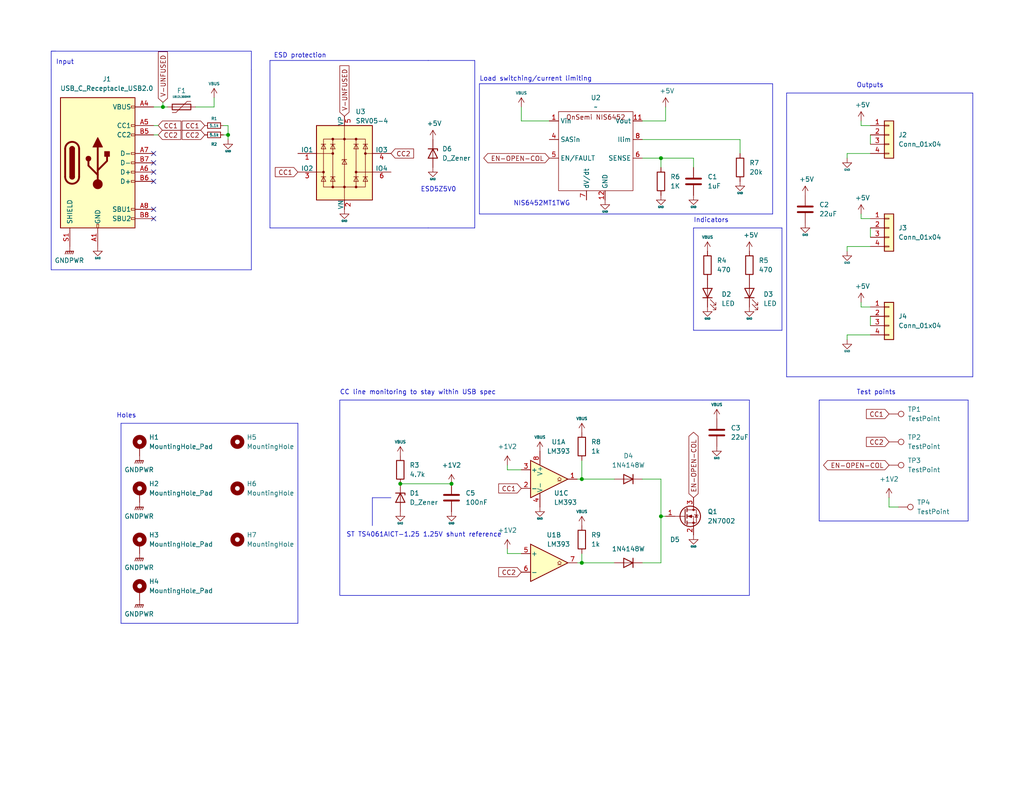
<source format=kicad_sch>
(kicad_sch (version 20231120) (generator "eeschema") (generator_version "8.0")
  (paper "A")
  (lib_symbols
    (symbol "Comparator:LM393" (pin_names (offset 0.127))
      (property "Reference" "U" (at 3.81 3.81 0))
      (property "Value" "LM393" (at 6.35 -3.81 0))
      (symbol "LM393_1_1"
        (polyline (pts (xy -5.08 5.08) (xy 5.08 0) (xy -5.08 -5.08) (xy -5.08 5.08)) (stroke (width 0.254)) (fill (type background)))
        (polyline (pts (xy 3.302 -0.508) (xy 2.794 -0.508) (xy 3.302 0) (xy 2.794 0.508) (xy 2.286 0) (xy 2.794 -0.508) (xy 2.286 -0.508)) (stroke (width 0.127)))
        (pin open_collector line (at 7.62 0 180) (length 2.54) (name "~") (number "1"))
        (pin input line (at -7.62 -2.54 0) (length 2.54) (name "-") (number "2"))
        (pin input line (at -7.62 2.54 0) (length 2.54) (name "+") (number "3"))
      )
      (symbol "LM393_2_1"
        (polyline (pts (xy -5.08 5.08) (xy 5.08 0) (xy -5.08 -5.08) (xy -5.08 5.08)) (stroke (width 0.254)) (fill (type background)))
        (polyline (pts (xy 3.302 -0.508) (xy 2.794 -0.508) (xy 3.302 0) (xy 2.794 0.508) (xy 2.286 0) (xy 2.794 -0.508) (xy 2.286 -0.508)) (stroke (width 0.127)))
        (pin input line (at -7.62 2.54 0) (length 2.54) (name "+") (number "5"))
        (pin input line (at -7.62 -2.54 0) (length 2.54) (name "-") (number "6"))
        (pin open_collector line (at 7.62 0 180) (length 2.54) (name "~") (number "7"))
      )
      (symbol "LM393_3_1"
        (pin power_in line (at -2.54 -7.62 90) (length 3.81) (name "V-") (number "4"))
        (pin power_in line (at -2.54 7.62 270) (length 3.81) (name "V+") (number "8"))
      )
    )
    (symbol "Connector:TestPoint" (pin_numbers hide) (pin_names (offset 0.762) hide)
      (property "Reference" "TP" (at 0 6.858 0))
      (property "Value" "TestPoint" (at 0 5.08 0))
      (symbol "TestPoint_0_1"
        (circle (center 0 3.302) (radius 0.762))
      )
      (symbol "TestPoint_1_1"
        (pin passive line (at 0 0 90) (length 2.54) (name "1") (number "1"))
      )
    )
    (symbol "Connector:USB_C_Receptacle_USB2.0" (pin_names (offset 1.016))
      (property "Reference" "J" (at -10.16 19.05 0))
      (property "Value" "USB_C_Receptacle_USB2.0" (at 19.05 19.05 0))
      (symbol "USB_C_Receptacle_USB2.0_0_0"
        (rectangle (start -0.254 -17.78) (end 0.254 -16.764))
        (rectangle (start 10.16 -14.986) (end 9.144 -15.494))
        (rectangle (start 10.16 -12.446) (end 9.144 -12.954))
        (rectangle (start 10.16 -4.826) (end 9.144 -5.334))
        (rectangle (start 10.16 -2.286) (end 9.144 -2.794))
        (rectangle (start 10.16 0.254) (end 9.144 -0.254))
        (rectangle (start 10.16 2.794) (end 9.144 2.286))
        (rectangle (start 10.16 7.874) (end 9.144 7.366))
        (rectangle (start 10.16 10.414) (end 9.144 9.906))
        (rectangle (start 10.16 15.494) (end 9.144 14.986))
      )
      (symbol "USB_C_Receptacle_USB2.0_0_1"
        (rectangle (start -10.16 17.78) (end 10.16 -17.78) (stroke (width 0.254)) (fill (type background)))
        (arc (start -8.89 -3.81) (mid -6.985 -5.7067) (end -5.08 -3.81) (stroke (width 0.508)))
        (arc (start -7.62 -3.81) (mid -6.985 -4.4423) (end -6.35 -3.81) (stroke (width 0.254)))
        (arc (start -7.62 -3.81) (mid -6.985 -4.4423) (end -6.35 -3.81) (stroke (width 0.254)) (fill (type outline)))
        (rectangle (start -7.62 -3.81) (end -6.35 3.81) (stroke (width 0.254)) (fill (type outline)))
        (arc (start -6.35 3.81) (mid -6.985 4.4423) (end -7.62 3.81) (stroke (width 0.254)))
        (arc (start -6.35 3.81) (mid -6.985 4.4423) (end -7.62 3.81) (stroke (width 0.254)) (fill (type outline)))
        (arc (start -5.08 3.81) (mid -6.985 5.7067) (end -8.89 3.81) (stroke (width 0.508)))
        (circle (center -2.54 1.143) (radius 0.635) (stroke (width 0.254)) (fill (type outline)))
        (circle (center 0 -5.842) (radius 1.27) (fill (type outline)))
        (polyline (pts (xy -8.89 -3.81) (xy -8.89 3.81)) (stroke (width 0.508)))
        (polyline (pts (xy -5.08 3.81) (xy -5.08 -3.81)) (stroke (width 0.508)))
        (polyline (pts (xy 0 -5.842) (xy 0 4.318)) (stroke (width 0.508)))
        (polyline (pts (xy 0 -3.302) (xy -2.54 -0.762) (xy -2.54 0.508)) (stroke (width 0.508)))
        (polyline (pts (xy 0 -2.032) (xy 2.54 0.508) (xy 2.54 1.778)) (stroke (width 0.508)))
        (polyline (pts (xy -1.27 4.318) (xy 0 6.858) (xy 1.27 4.318) (xy -1.27 4.318)) (stroke (width 0.254)) (fill (type outline)))
        (rectangle (start 1.905 1.778) (end 3.175 3.048) (stroke (width 0.254)) (fill (type outline)))
      )
      (symbol "USB_C_Receptacle_USB2.0_1_1"
        (pin passive line (at 0 -22.86 90) (length 5.08) (name "GND") (number "A1"))
        (pin passive line (at 0 -22.86 90) (length 5.08) hide (name "GND") (number "A12"))
        (pin passive line (at 15.24 15.24 180) (length 5.08) (name "VBUS") (number "A4"))
        (pin bidirectional line (at 15.24 10.16 180) (length 5.08) (name "CC1") (number "A5"))
        (pin bidirectional line (at 15.24 -2.54 180) (length 5.08) (name "D+") (number "A6"))
        (pin bidirectional line (at 15.24 2.54 180) (length 5.08) (name "D-") (number "A7"))
        (pin bidirectional line (at 15.24 -12.7 180) (length 5.08) (name "SBU1") (number "A8"))
        (pin passive line (at 15.24 15.24 180) (length 5.08) hide (name "VBUS") (number "A9"))
        (pin passive line (at 0 -22.86 90) (length 5.08) hide (name "GND") (number "B1"))
        (pin passive line (at 0 -22.86 90) (length 5.08) hide (name "GND") (number "B12"))
        (pin passive line (at 15.24 15.24 180) (length 5.08) hide (name "VBUS") (number "B4"))
        (pin bidirectional line (at 15.24 7.62 180) (length 5.08) (name "CC2") (number "B5"))
        (pin bidirectional line (at 15.24 -5.08 180) (length 5.08) (name "D+") (number "B6"))
        (pin bidirectional line (at 15.24 0 180) (length 5.08) (name "D-") (number "B7"))
        (pin bidirectional line (at 15.24 -15.24 180) (length 5.08) (name "SBU2") (number "B8"))
        (pin passive line (at 15.24 15.24 180) (length 5.08) hide (name "VBUS") (number "B9"))
        (pin passive line (at -7.62 -22.86 90) (length 5.08) (name "SHIELD") (number "S1"))
      )
    )
    (symbol "Connector_Generic:Conn_01x04" (pin_names (offset 1.016) hide)
      (property "Reference" "J" (at 0 5.08 0))
      (property "Value" "Conn_01x04" (at 0 -7.62 0))
      (symbol "Conn_01x04_1_1"
        (rectangle (start -1.27 -4.953) (end 0 -5.207) (stroke (width 0.1524)))
        (rectangle (start -1.27 -2.413) (end 0 -2.667) (stroke (width 0.1524)))
        (rectangle (start -1.27 0.127) (end 0 -0.127) (stroke (width 0.1524)))
        (rectangle (start -1.27 2.667) (end 0 2.413) (stroke (width 0.1524)))
        (rectangle (start -1.27 3.81) (end 1.27 -6.35) (stroke (width 0.254)) (fill (type background)))
        (pin passive line (at -5.08 2.54 0) (length 3.81) (name "Pin_1") (number "1"))
        (pin passive line (at -5.08 0 0) (length 3.81) (name "Pin_2") (number "2"))
        (pin passive line (at -5.08 -2.54 0) (length 3.81) (name "Pin_3") (number "3"))
        (pin passive line (at -5.08 -5.08 0) (length 3.81) (name "Pin_4") (number "4"))
      )
    )
    (symbol "Device:C" (pin_numbers hide) (pin_names (offset 0.254))
      (property "Reference" "C" (at 0.635 2.54 0))
      (property "Value" "C" (at 0.635 -2.54 0))
      (symbol "C_0_1"
        (polyline (pts (xy -2.032 -0.762) (xy 2.032 -0.762)) (stroke (width 0.508)))
        (polyline (pts (xy -2.032 0.762) (xy 2.032 0.762)) (stroke (width 0.508)))
      )
      (symbol "C_1_1"
        (pin passive line (at 0 3.81 270) (length 2.794) (name "~") (number "1"))
        (pin passive line (at 0 -3.81 90) (length 2.794) (name "~") (number "2"))
      )
    )
    (symbol "Device:D_Zener" (pin_numbers hide) (pin_names (offset 1.016) hide)
      (property "Reference" "D" (at 0 2.54 0))
      (property "Value" "D_Zener" (at 0 -2.54 0))
      (symbol "D_Zener_0_1"
        (polyline (pts (xy 1.27 0) (xy -1.27 0)))
        (polyline (pts (xy -1.27 -1.27) (xy -1.27 1.27) (xy -0.762 1.27)) (stroke (width 0.254)))
        (polyline (pts (xy 1.27 -1.27) (xy 1.27 1.27) (xy -1.27 0) (xy 1.27 -1.27)) (stroke (width 0.254)))
      )
      (symbol "D_Zener_1_1"
        (pin passive line (at -3.81 0 0) (length 2.54) (name "K") (number "1"))
        (pin passive line (at 3.81 0 180) (length 2.54) (name "A") (number "2"))
      )
    )
    (symbol "Device:LED" (pin_numbers hide) (pin_names (offset 1.016) hide)
      (property "Reference" "D" (at 0 2.54 0))
      (property "Value" "LED" (at 0 -2.54 0))
      (symbol "LED_0_1"
        (polyline (pts (xy -1.27 -1.27) (xy -1.27 1.27)) (stroke (width 0.254)))
        (polyline (pts (xy -1.27 0) (xy 1.27 0)))
        (polyline (pts (xy 1.27 -1.27) (xy 1.27 1.27) (xy -1.27 0) (xy 1.27 -1.27)) (stroke (width 0.254)))
        (polyline (pts (xy -3.048 -0.762) (xy -4.572 -2.286) (xy -3.81 -2.286) (xy -4.572 -2.286) (xy -4.572 -1.524)))
        (polyline (pts (xy -1.778 -0.762) (xy -3.302 -2.286) (xy -2.54 -2.286) (xy -3.302 -2.286) (xy -3.302 -1.524)))
      )
      (symbol "LED_1_1"
        (pin passive line (at -3.81 0 0) (length 2.54) (name "K") (number "1"))
        (pin passive line (at 3.81 0 180) (length 2.54) (name "A") (number "2"))
      )
    )
    (symbol "Device:Polyfuse" (pin_numbers hide) (pin_names (offset 0))
      (property "Reference" "F" (at -2.54 0 90))
      (property "Value" "Polyfuse" (at 2.54 0 90))
      (symbol "Polyfuse_0_1"
        (rectangle (start -0.762 2.54) (end 0.762 -2.54) (stroke (width 0.254)))
        (polyline (pts (xy 0 2.54) (xy 0 -2.54)))
        (polyline (pts (xy -1.524 2.54) (xy -1.524 1.524) (xy 1.524 -1.524) (xy 1.524 -2.54)))
      )
      (symbol "Polyfuse_1_1"
        (pin passive line (at 0 3.81 270) (length 1.27) (name "~") (number "1"))
        (pin passive line (at 0 -3.81 90) (length 1.27) (name "~") (number "2"))
      )
    )
    (symbol "Device:R" (pin_numbers hide) (pin_names (offset 0))
      (property "Reference" "R" (at 2.032 0 90))
      (property "Value" "R" (at 0 0 90))
      (symbol "R_0_1"
        (rectangle (start -1.016 -2.54) (end 1.016 2.54) (stroke (width 0.254)))
      )
      (symbol "R_1_1"
        (pin passive line (at 0 3.81 270) (length 1.27) (name "~") (number "1"))
        (pin passive line (at 0 -3.81 90) (length 1.27) (name "~") (number "2"))
      )
    )
    (symbol "Device:R_Small" (pin_numbers hide) (pin_names (offset 0.254) hide)
      (property "Reference" "R" (at 0.762 0.508 0))
      (property "Value" "R_Small" (at 0.762 -1.016 0))
      (symbol "R_Small_0_1"
        (rectangle (start -0.762 1.778) (end 0.762 -1.778) (stroke (width 0.2032)))
      )
      (symbol "R_Small_1_1"
        (pin passive line (at 0 2.54 270) (length 0.762) (name "~") (number "1"))
        (pin passive line (at 0 -2.54 90) (length 0.762) (name "~") (number "2"))
      )
    )
    (symbol "Diode:1N4148W" (pin_numbers hide) (pin_names hide)
      (property "Reference" "D" (at 0 2.54 0))
      (property "Value" "1N4148W" (at 0 -2.54 0))
      (symbol "1N4148W_0_1"
        (polyline (pts (xy -1.27 1.27) (xy -1.27 -1.27)) (stroke (width 0.254)))
        (polyline (pts (xy 1.27 0) (xy -1.27 0)))
        (polyline (pts (xy 1.27 1.27) (xy 1.27 -1.27) (xy -1.27 0) (xy 1.27 1.27)) (stroke (width 0.254)))
      )
      (symbol "1N4148W_1_1"
        (pin passive line (at -3.81 0 0) (length 2.54) (name "K") (number "1"))
        (pin passive line (at 3.81 0 180) (length 2.54) (name "A") (number "2"))
      )
    )
    (symbol "Mechanical:MountingHole" (pin_names (offset 1.016))
      (property "Reference" "H" (at 0 5.08 0))
      (property "Value" "MountingHole" (at 0 3.175 0))
      (symbol "MountingHole_0_1"
        (circle (center 0 0) (radius 1.27) (stroke (width 1.27)))
      )
    )
    (symbol "Mechanical:MountingHole_Pad" (pin_numbers hide) (pin_names (offset 1.016) hide)
      (property "Reference" "H" (at 0 6.35 0))
      (property "Value" "MountingHole_Pad" (at 0 4.445 0))
      (symbol "MountingHole_Pad_0_1"
        (circle (center 0 1.27) (radius 1.27) (stroke (width 1.27)))
      )
      (symbol "MountingHole_Pad_1_1"
        (pin input line (at 0 -2.54 90) (length 2.54) (name "1") (number "1"))
      )
    )
    (symbol "Power_Protection:SRV05-4" (pin_names (offset 0))
      (property "Reference" "U" (at -5.08 11.43 0))
      (property "Value" "SRV05-4" (at 2.54 11.43 0))
      (symbol "SRV05-4_0_0"
        (rectangle (start -5.715 6.477) (end 5.715 -6.604))
        (polyline (pts (xy -3.175 -6.604) (xy -3.175 6.477)))
        (polyline (pts (xy 3.175 6.477) (xy 3.175 -6.604)))
      )
      (symbol "SRV05-4_0_1"
        (rectangle (start -7.62 10.16) (end 7.62 -10.16) (stroke (width 0.254)) (fill (type background)))
        (circle (center -5.715 -2.54) (radius 0.2794) (fill (type outline)))
        (circle (center -3.175 -6.604) (radius 0.2794) (fill (type outline)))
        (circle (center -3.175 2.54) (radius 0.2794) (fill (type outline)))
        (circle (center -3.175 6.477) (radius 0.2794) (fill (type outline)))
        (circle (center 0 -6.604) (radius 0.2794) (fill (type outline)))
        (polyline (pts (xy -7.747 2.54) (xy -3.175 2.54)))
        (polyline (pts (xy -7.62 -2.54) (xy -5.715 -2.54)))
        (polyline (pts (xy -5.08 -3.81) (xy -6.35 -3.81)))
        (polyline (pts (xy -5.08 5.08) (xy -6.35 5.08)))
        (polyline (pts (xy -2.54 -3.81) (xy -3.81 -3.81)))
        (polyline (pts (xy -2.54 5.08) (xy -3.81 5.08)))
        (polyline (pts (xy 0 10.16) (xy 0 -10.16)))
        (polyline (pts (xy 3.81 -3.81) (xy 2.54 -3.81)))
        (polyline (pts (xy 3.81 5.08) (xy 2.54 5.08)))
        (polyline (pts (xy 6.35 -3.81) (xy 5.08 -3.81)))
        (polyline (pts (xy 6.35 5.08) (xy 5.08 5.08)))
        (polyline (pts (xy 7.62 -2.54) (xy 3.175 -2.54)))
        (polyline (pts (xy 7.62 2.54) (xy 5.715 2.54)))
        (polyline (pts (xy 0.635 0.889) (xy -0.635 0.889) (xy -0.635 0.635)))
        (polyline (pts (xy -5.08 -5.08) (xy -6.35 -5.08) (xy -5.715 -3.81) (xy -5.08 -5.08)))
        (polyline (pts (xy -5.08 3.81) (xy -6.35 3.81) (xy -5.715 5.08) (xy -5.08 3.81)))
        (polyline (pts (xy -2.54 -5.08) (xy -3.81 -5.08) (xy -3.175 -3.81) (xy -2.54 -5.08)))
        (polyline (pts (xy -2.54 3.81) (xy -3.81 3.81) (xy -3.175 5.08) (xy -2.54 3.81)))
        (polyline (pts (xy 0.635 -0.381) (xy -0.635 -0.381) (xy 0 0.889) (xy 0.635 -0.381)))
        (polyline (pts (xy 3.81 -5.08) (xy 2.54 -5.08) (xy 3.175 -3.81) (xy 3.81 -5.08)))
        (polyline (pts (xy 3.81 3.81) (xy 2.54 3.81) (xy 3.175 5.08) (xy 3.81 3.81)))
        (polyline (pts (xy 6.35 -5.08) (xy 5.08 -5.08) (xy 5.715 -3.81) (xy 6.35 -5.08)))
        (polyline (pts (xy 6.35 3.81) (xy 5.08 3.81) (xy 5.715 5.08) (xy 6.35 3.81)))
        (circle (center 0 6.477) (radius 0.2794) (fill (type outline)))
        (circle (center 3.175 -6.604) (radius 0.2794) (fill (type outline)))
        (circle (center 3.175 -2.54) (radius 0.2794) (fill (type outline)))
        (circle (center 3.175 6.477) (radius 0.2794) (fill (type outline)))
        (circle (center 5.715 2.54) (radius 0.2794) (fill (type outline)))
      )
      (symbol "SRV05-4_1_1"
        (pin passive line (at -12.7 2.54 0) (length 5.08) (name "IO1") (number "1"))
        (pin passive line (at 0 -12.7 90) (length 2.54) (name "VN") (number "2"))
        (pin passive line (at -12.7 -2.54 0) (length 5.08) (name "IO2") (number "3"))
        (pin passive line (at 12.7 2.54 180) (length 5.08) (name "IO3") (number "4"))
        (pin passive line (at 0 12.7 270) (length 2.54) (name "VP") (number "5"))
        (pin passive line (at 12.7 -2.54 180) (length 5.08) (name "IO4") (number "6"))
      )
    )
    (symbol "Transistor_FET:2N7002" (pin_names hide)
      (property "Reference" "Q" (at 5.08 1.905 0))
      (property "Value" "2N7002" (at 5.08 0 0))
      (symbol "2N7002_0_1"
        (polyline (pts (xy 0.254 0) (xy -2.54 0)))
        (polyline (pts (xy 0.254 1.905) (xy 0.254 -1.905)) (stroke (width 0.254)))
        (polyline (pts (xy 0.762 -1.27) (xy 0.762 -2.286)) (stroke (width 0.254)))
        (polyline (pts (xy 0.762 0.508) (xy 0.762 -0.508)) (stroke (width 0.254)))
        (polyline (pts (xy 0.762 2.286) (xy 0.762 1.27)) (stroke (width 0.254)))
        (polyline (pts (xy 2.54 2.54) (xy 2.54 1.778)))
        (polyline (pts (xy 2.54 -2.54) (xy 2.54 0) (xy 0.762 0)))
        (polyline (pts (xy 0.762 -1.778) (xy 3.302 -1.778) (xy 3.302 1.778) (xy 0.762 1.778)))
        (polyline (pts (xy 1.016 0) (xy 2.032 0.381) (xy 2.032 -0.381) (xy 1.016 0)) (fill (type outline)))
        (polyline (pts (xy 2.794 0.508) (xy 2.921 0.381) (xy 3.683 0.381) (xy 3.81 0.254)))
        (polyline (pts (xy 3.302 0.381) (xy 2.921 -0.254) (xy 3.683 -0.254) (xy 3.302 0.381)))
        (circle (center 1.651 0) (radius 2.794) (stroke (width 0.254)))
        (circle (center 2.54 -1.778) (radius 0.254) (fill (type outline)))
        (circle (center 2.54 1.778) (radius 0.254) (fill (type outline)))
      )
      (symbol "2N7002_1_1"
        (pin input line (at -5.08 0 0) (length 2.54) (name "G") (number "1"))
        (pin passive line (at 2.54 -5.08 90) (length 2.54) (name "S") (number "2"))
        (pin passive line (at 2.54 5.08 270) (length 2.54) (name "D") (number "3"))
      )
    )
    (symbol "USB-C-3-way-splitter-library:OnSemi-NIS6452"
      (property "Reference" "U" (at -3.81 10.668 0))
      (symbol "OnSemi-NIS6452_0_1"
        (rectangle (start -10.16 8.89) (end 10.16 -12.7))
      )
      (symbol "OnSemi-NIS6452_1_1"
        (text "OnSemi NIS6452" (at 0 7.366 0) (effects (font (size 1.27 1.27))))
        (pin input line (at -12.7 6.35 0) (length 2.54) (name "Vin") (number "1"))
        (pin output line (at 12.7 6.35 180) (length 2.54) hide (name "Vout") (number "10"))
        (pin output line (at 12.7 6.35 180) (length 2.54) (name "Vout") (number "11"))
        (pin power_in line (at 2.54 -15.24 90) (length 2.54) (name "GND") (number "12"))
        (pin power_in line (at 2.54 -15.24 90) (length 2.54) hide (name "GND") (number "13"))
        (pin input line (at -12.7 6.35 0) (length 2.54) hide (name "Vin") (number "2"))
        (pin input line (at -12.7 6.35 0) (length 2.54) hide (name "Vin") (number "3"))
        (pin input line (at -12.7 1.27 0) (length 2.54) (name "SASin") (number "4"))
        (pin input line (at -12.7 -3.81 0) (length 2.54) (name "EN/FAULT") (number "5"))
        (pin input line (at 12.7 -3.81 180) (length 2.54) (name "SENSE") (number "6"))
        (pin input line (at -2.54 -15.24 90) (length 2.54) (name "dV/dt") (number "7"))
        (pin input line (at 12.7 1.27 180) (length 2.54) (name "Ilim") (number "8"))
        (pin output line (at 12.7 6.35 180) (length 2.54) hide (name "Vout") (number "9"))
      )
    )
    (symbol "power:+1V2" (power) (pin_names (offset 0))
      (property "Value" "+1V2" (at 0 3.556 0))
      (symbol "+1V2_0_1"
        (polyline (pts (xy -0.762 1.27) (xy 0 2.54)))
        (polyline (pts (xy 0 0) (xy 0 2.54)))
        (polyline (pts (xy 0 2.54) (xy 0.762 1.27)))
      )
      (symbol "+1V2_1_1"
        (pin power_in line (at 0 0 90) (length 0) hide (name "+1V2") (number "1"))
      )
    )
    (symbol "power:+5V" (power) (pin_names (offset 0))
      (property "Value" "+5V" (at 0 3.556 0))
      (symbol "+5V_0_1"
        (polyline (pts (xy -0.762 1.27) (xy 0 2.54)))
        (polyline (pts (xy 0 0) (xy 0 2.54)))
        (polyline (pts (xy 0 2.54) (xy 0.762 1.27)))
      )
      (symbol "+5V_1_1"
        (pin power_in line (at 0 0 90) (length 0) hide (name "+5V") (number "1"))
      )
    )
    (symbol "power:GND" (power) (pin_names (offset 0))
      (property "Value" "GND" (at 0 -3.81 0))
      (symbol "GND_0_1"
        (polyline (pts (xy 0 0) (xy 0 -1.27) (xy 1.27 -1.27) (xy 0 -2.54) (xy -1.27 -1.27) (xy 0 -1.27)))
      )
      (symbol "GND_1_1"
        (pin power_in line (at 0 0 270) (length 0) hide (name "GND") (number "1"))
      )
    )
    (symbol "power:GNDPWR" (power) (pin_names (offset 0))
      (property "Value" "GNDPWR" (at 0 -3.302 0))
      (symbol "GNDPWR_0_1"
        (polyline (pts (xy 0 -1.27) (xy 0 0)))
        (polyline (pts (xy -1.016 -1.27) (xy -1.27 -2.032) (xy -1.27 -2.032)) (stroke (width 0.2032)))
        (polyline (pts (xy -0.508 -1.27) (xy -0.762 -2.032) (xy -0.762 -2.032)) (stroke (width 0.2032)))
        (polyline (pts (xy 0 -1.27) (xy -0.254 -2.032) (xy -0.254 -2.032)) (stroke (width 0.2032)))
        (polyline (pts (xy 0.508 -1.27) (xy 0.254 -2.032) (xy 0.254 -2.032)) (stroke (width 0.2032)))
        (polyline (pts (xy 1.016 -1.27) (xy -1.016 -1.27) (xy -1.016 -1.27)) (stroke (width 0.2032)))
        (polyline (pts (xy 1.016 -1.27) (xy 0.762 -2.032) (xy 0.762 -2.032) (xy 0.762 -2.032)) (stroke (width 0.2032)))
      )
      (symbol "GNDPWR_1_1"
        (pin power_in line (at 0 0 270) (length 0) hide (name "GNDPWR") (number "1"))
      )
    )
    (symbol "power:VBUS" (power) (pin_names (offset 0))
      (property "Value" "VBUS" (at 0 3.81 0))
      (symbol "VBUS_0_1"
        (polyline (pts (xy -0.762 1.27) (xy 0 2.54)))
        (polyline (pts (xy 0 0) (xy 0 2.54)))
        (polyline (pts (xy 0 2.54) (xy 0.762 1.27)))
      )
      (symbol "VBUS_1_1"
        (pin power_in line (at 0 0 90) (length 0) hide (name "VBUS") (number "1"))
      )
    )
  )
  (junction (at 158.75 130.81))
  (junction (at 62.23 36.83))
  (junction (at 123.19 132.08))
  (junction (at 180.34 140.97))
  (junction (at 109.22 132.08))
  (junction (at 158.75 153.67))
  (junction (at 180.34 43.18))
  (junction (at 44.45 29.21))
  (no_connect (at 41.91 44.45))
  (no_connect (at 41.91 41.91))
  (no_connect (at 41.91 49.53))
  (no_connect (at 41.91 46.99))
  (no_connect (at 41.91 59.69))
  (no_connect (at 41.91 57.15))
  (wire (pts (xy 237.49 36.83) (xy 237.49 39.37)))
  (polyline (pts (xy 214.63 25.4) (xy 214.63 102.87)))
  (polyline (pts (xy 33.02 115.57) (xy 81.28 115.57)))
  (polyline (pts (xy 214.63 25.4) (xy 265.43 25.4)))
  (polyline (pts (xy 204.47 109.22) (xy 204.47 162.56)))
  (polyline (pts (xy 92.71 109.22) (xy 191.77 109.22)))
  (polyline (pts (xy 101.6 135.89) (xy 106.68 135.89)))
  (polyline (pts (xy 213.36 62.23) (xy 213.36 90.17)))
  (polyline (pts (xy 130.81 22.86) (xy 130.81 58.42)))
  (polyline (pts (xy 68.58 13.97) (xy 68.58 19.05)))
  (polyline (pts (xy 116.84 16.51) (xy 129.54 16.51)))
  (polyline (pts (xy 210.82 58.42) (xy 130.81 58.42)))
  (wire (pts (xy 158.75 130.81) (xy 167.64 130.81)))
  (wire (pts (xy 138.43 128.27) (xy 142.24 128.27)))
  (polyline (pts (xy 73.66 16.51) (xy 73.66 62.23)))
  (polyline (pts (xy 33.02 170.18) (xy 81.28 170.18)))
  (polyline (pts (xy 13.97 13.97) (xy 68.58 13.97)))
  (polyline (pts (xy 191.77 109.22) (xy 204.47 109.22)))
  (wire (pts (xy 60.96 34.29) (xy 62.23 34.29)))
  (wire (pts (xy 231.14 91.44) (xy 231.14 92.71)))
  (wire (pts (xy 242.57 138.43) (xy 245.11 138.43)))
  (wire (pts (xy 138.43 128.27) (xy 138.43 127)))
  (polyline (pts (xy 210.82 22.86) (xy 210.82 58.42)))
  (polyline (pts (xy 13.97 13.97) (xy 15.24 13.97)))
  (wire (pts (xy 109.22 132.08) (xy 123.19 132.08)))
  (polyline (pts (xy 73.66 16.51) (xy 116.84 16.51)))
  (wire (pts (xy 41.91 34.29) (xy 43.18 34.29)))
  (polyline (pts (xy 223.52 109.22) (xy 264.16 109.22)))
  (wire (pts (xy 181.61 33.02) (xy 181.61 29.21)))
  (polyline (pts (xy 191.77 162.56) (xy 204.47 162.56)))
  (polyline (pts (xy 265.43 25.4) (xy 265.43 102.87)))
  (wire (pts (xy 231.14 91.44) (xy 237.49 91.44)))
  (polyline (pts (xy 101.6 143.51) (xy 101.6 135.89)))
  (polyline (pts (xy 13.97 19.05) (xy 13.97 73.66)))
  (wire (pts (xy 158.75 153.67) (xy 167.64 153.67)))
  (polyline (pts (xy 129.54 62.23) (xy 116.84 62.23)))
  (polyline (pts (xy 68.58 73.66) (xy 13.97 73.66)))
  (wire (pts (xy 231.14 41.91) (xy 231.14 43.18)))
  (wire (pts (xy 157.48 153.67) (xy 158.75 153.67)))
  (polyline (pts (xy 92.71 109.22) (xy 92.71 162.56)))
  (wire (pts (xy 175.26 43.18) (xy 180.34 43.18)))
  (wire (pts (xy 175.26 33.02) (xy 181.61 33.02)))
  (wire (pts (xy 237.49 86.36) (xy 237.49 88.9)))
  (wire (pts (xy 231.14 67.31) (xy 231.14 68.58)))
  (polyline (pts (xy 189.23 62.23) (xy 189.23 90.17)))
  (wire (pts (xy 180.34 130.81) (xy 180.34 140.97)))
  (wire (pts (xy 138.43 151.13) (xy 138.43 149.86)))
  (wire (pts (xy 237.49 59.69) (xy 234.95 59.69)))
  (wire (pts (xy 237.49 83.82) (xy 234.95 83.82)))
  (wire (pts (xy 41.91 29.21) (xy 44.45 29.21)))
  (wire (pts (xy 175.26 38.1) (xy 201.93 38.1)))
  (wire (pts (xy 234.95 83.82) (xy 234.95 82.55)))
  (wire (pts (xy 62.23 34.29) (xy 62.23 36.83)))
  (polyline (pts (xy 189.23 62.23) (xy 213.36 62.23)))
  (wire (pts (xy 180.34 140.97) (xy 180.34 153.67)))
  (wire (pts (xy 58.42 26.67) (xy 58.42 29.21)))
  (wire (pts (xy 60.96 36.83) (xy 62.23 36.83)))
  (wire (pts (xy 201.93 38.1) (xy 201.93 41.91)))
  (wire (pts (xy 234.95 59.69) (xy 234.95 58.42)))
  (wire (pts (xy 189.23 45.72) (xy 189.23 43.18)))
  (polyline (pts (xy 191.77 162.56) (xy 92.71 162.56)))
  (polyline (pts (xy 73.66 62.23) (xy 116.84 62.23)))
  (wire (pts (xy 142.24 33.02) (xy 142.24 29.21)))
  (wire (pts (xy 138.43 151.13) (xy 142.24 151.13)))
  (wire (pts (xy 44.45 27.94) (xy 44.45 29.21)))
  (wire (pts (xy 44.45 29.21) (xy 45.72 29.21)))
  (wire (pts (xy 231.14 67.31) (xy 237.49 67.31)))
  (wire (pts (xy 158.75 151.13) (xy 158.75 153.67)))
  (polyline (pts (xy 223.52 109.22) (xy 223.52 142.24)))
  (wire (pts (xy 149.86 33.02) (xy 142.24 33.02)))
  (wire (pts (xy 157.48 130.81) (xy 158.75 130.81)))
  (wire (pts (xy 158.75 125.73) (xy 158.75 130.81)))
  (wire (pts (xy 41.91 36.83) (xy 43.18 36.83)))
  (wire (pts (xy 180.34 140.97) (xy 181.61 140.97)))
  (polyline (pts (xy 13.97 19.05) (xy 13.97 13.97)))
  (wire (pts (xy 180.34 43.18) (xy 180.34 45.72)))
  (polyline (pts (xy 129.54 16.51) (xy 129.54 62.23)))
  (polyline (pts (xy 264.16 142.24) (xy 223.52 142.24)))
  (polyline (pts (xy 265.43 102.87) (xy 214.63 102.87)))
  (wire (pts (xy 242.57 135.89) (xy 242.57 138.43)))
  (polyline (pts (xy 68.58 19.05) (xy 68.58 73.66)))
  (wire (pts (xy 234.95 34.29) (xy 234.95 33.02)))
  (polyline (pts (xy 81.28 170.18) (xy 81.28 115.57)))
  (polyline (pts (xy 33.02 115.57) (xy 33.02 170.18)))
  (wire (pts (xy 237.49 34.29) (xy 234.95 34.29)))
  (wire (pts (xy 231.14 41.91) (xy 237.49 41.91)))
  (wire (pts (xy 58.42 29.21) (xy 53.34 29.21)))
  (wire (pts (xy 175.26 130.81) (xy 180.34 130.81)))
  (wire (pts (xy 237.49 62.23) (xy 237.49 64.77)))
  (wire (pts (xy 189.23 43.18) (xy 180.34 43.18)))
  (polyline (pts (xy 130.81 22.86) (xy 210.82 22.86)))
  (wire (pts (xy 62.23 36.83) (xy 62.23 38.1)))
  (wire (pts (xy 175.26 153.67) (xy 180.34 153.67)))
  (polyline (pts (xy 264.16 109.22) (xy 264.16 142.24)))
  (polyline (pts (xy 213.36 90.17) (xy 189.23 90.17)))
  (text "ESD protection" (at 74.676 16.002 0) (effects (font (size 1.27 1.27)) (justify left bottom)))
  (text "ST TS4061AICT-1.25 1.25V shunt reference" (at 94.488 146.812 0) (effects (font (size 1.27 1.27)) (justify left bottom)))
  (text "Input" (at 15.24 17.78 0) (effects (font (size 1.27 1.27)) (justify left bottom)))
  (text "NIS6452MT1TWG" (at 147.828 55.626 0) (effects (font (size 1.27 1.27))))
  (text "CC line monitoring to stay within USB spec" (at 92.71 107.95 0) (effects (font (size 1.27 1.27)) (justify left bottom)))
  (text "Indicators" (at 189.23 60.96 0) (effects (font (size 1.27 1.27)) (justify left bottom)))
  (text "ESD5Z5V0" (at 119.634 51.816 0) (effects (font (size 1.27 1.27))))
  (text "Outputs" (at 233.68 24.13 0) (effects (font (size 1.27 1.27)) (justify left bottom)))
  (text "Load switching/current limiting" (at 130.81 22.352 0) (effects (font (size 1.27 1.27)) (justify left bottom)))
  (text "Test points" (at 233.68 107.95 0) (effects (font (size 1.27 1.27)) (justify left bottom)))
  (text "Holes" (at 31.75 114.3 0) (effects (font (size 1.27 1.27)) (justify left bottom)))
  (global_label "V-UNFUSED" (shape input) (at 44.45 27.94 90) (property "Intersheetrefs" "${INTERSHEET_REFS}" (effects (hide yes))))
  (global_label "EN-OPEN-COL" (shape bidirectional) (at 149.86 43.18 180) (property "Intersheetrefs" "${INTERSHEET_REFS}" (effects (hide yes))))
  (global_label "EN-OPEN-COL" (shape bidirectional) (at 189.23 135.89 90) (property "Intersheetrefs" "${INTERSHEET_REFS}" (effects (hide yes))))
  (global_label "CC1" (shape input) (at 81.28 46.99 180) (property "Intersheetrefs" "${INTERSHEET_REFS}" (effects (hide yes))))
  (global_label "CC2" (shape input) (at 43.18 36.83 0) (property "Intersheetrefs" "${INTERSHEET_REFS}" (effects (hide yes))))
  (global_label "CC1" (shape input) (at 43.18 34.29 0) (property "Intersheetrefs" "${INTERSHEET_REFS}" (effects (hide yes))))
  (global_label "CC2" (shape input) (at 142.24 156.21 180) (property "Intersheetrefs" "${INTERSHEET_REFS}" (effects (hide yes))))
  (global_label "CC1" (shape input) (at 242.57 113.03 180) (property "Intersheetrefs" "${INTERSHEET_REFS}" (effects (hide yes))))
  (global_label "CC2" (shape input) (at 55.88 36.83 180) (property "Intersheetrefs" "${INTERSHEET_REFS}" (effects (hide yes))))
  (global_label "EN-OPEN-COL" (shape bidirectional) (at 242.57 127 180) (property "Intersheetrefs" "${INTERSHEET_REFS}" (effects (hide yes))))
  (global_label "CC2" (shape input) (at 106.68 41.91 0) (property "Intersheetrefs" "${INTERSHEET_REFS}" (effects (hide yes))))
  (global_label "CC2" (shape input) (at 242.57 120.65 180) (property "Intersheetrefs" "${INTERSHEET_REFS}" (effects (hide yes))))
  (global_label "CC1" (shape input) (at 142.24 133.35 180) (property "Intersheetrefs" "${INTERSHEET_REFS}" (effects (hide yes))))
  (global_label "CC1" (shape input) (at 55.88 34.29 180) (property "Intersheetrefs" "${INTERSHEET_REFS}" (effects (hide yes))))
  (global_label "V-UNFUSED" (shape input) (at 93.98 31.75 90) (property "Intersheetrefs" "${INTERSHEET_REFS}" (effects (hide yes))))
  (symbol (lib_id "Connector:TestPoint") (at 245.11 138.43 270) (unit 1)
    (property "Reference" "TP4" (at 250.19 137.16 90) (effects (justify left)))
    (property "Value" "TestPoint" (at 250.19 139.7 90) (effects (justify left)))
    (property "Footprint" "TestPoint:TestPoint_Pad_D2.5mm" (effects (hide yes)))
  )
  (symbol (lib_id "Mechanical:MountingHole_Pad") (at 38.1 161.29 0) (unit 1)
    (property "Reference" "H4" (at 40.64 158.75 0) (effects (justify left)))
    (property "Value" "MountingHole_Pad" (at 40.64 161.29 0) (effects (justify left)))
    (property "Footprint" "MountingHole:MountingHole_3.2mm_M3_ISO7380_Pad" (effects (hide yes)))
  )
  (symbol (lib_id "power:+5V") (at 234.95 33.02 0) (unit 1)
    (property "Reference" "#PWR08" (effects (hide yes)))
    (property "Value" "+5V" (at 235.331 28.6258 0))
  )
  (symbol (lib_id "power:GNDPWR") (at 38.1 163.83 0) (unit 1)
    (property "Reference" "#PWR032" (effects (hide yes)))
    (property "Value" "GNDPWR" (at 37.973 167.64 0))
  )
  (symbol (lib_id "power:+5V") (at 219.71 53.34 0) (unit 1)
    (property "Reference" "#PWR041" (effects (hide yes)))
    (property "Value" "+5V" (at 220.091 48.9458 0))
  )
  (symbol (lib_id "power:GND") (at 93.98 57.15 0) (unit 1)
    (property "Reference" "#PWR06" (effects (hide yes)))
    (property "Value" "GND" (at 93.98 60.325 0) (effects (font (size 0.508 0.508))))
  )
  (symbol (lib_id "Comparator:LM393") (at 149.86 130.81 0) (unit 3)
    (property "Reference" "U1" (at 151.13 134.62 0) (effects (justify left)))
    (property "Value" "LM393" (at 151.13 137.16 0) (effects (justify left)))
    (property "Footprint" "Package_SO:SOIC-8_3.9x4.9mm_P1.27mm" (effects (hide yes)))
    (property "Datasheet" "http://www.ti.com/lit/ds/symlink/lm393.pdf" (effects (hide yes)))
  )
  (symbol (lib_id "power:GND") (at 62.23 38.1 0) (unit 1)
    (property "Reference" "#PWR060" (effects (hide yes)))
    (property "Value" "GND" (at 62.23 41.275 0) (effects (font (size 0.508 0.508))))
  )
  (symbol (lib_id "Diode:1N4148W") (at 171.45 153.67 180) (unit 1)
    (property "Reference" "D5" (at 184.15 147.32 0))
    (property "Value" "1N4148W" (at 171.45 149.86 0))
    (property "Footprint" "Diode_SMD:D_SOD-123" (effects (hide yes)))
    (property "Datasheet" "https://www.vishay.com/docs/85748/1n4148w.pdf" (effects (hide yes)))
    (property "Description" "75V 0.15A Fast Switching Diode, SOD-123" (effects (hide yes)))
    (property "Sim.Device" "D" (effects (hide yes)))
    (property "Sim.Pins" "1=K 2=A" (effects (hide yes)))
  )
  (symbol (lib_id "power:VBUS") (at 142.24 29.21 0) (unit 1)
    (property "Reference" "#PWR05" (effects (hide yes)))
    (property "Value" "VBUS" (at 142.24 25.4 0) (effects (font (size 0.762 0.762))))
  )
  (symbol (lib_id "power:+1V2") (at 138.43 127 0) (unit 1)
    (property "Reference" "#PWR023" (effects (hide yes)))
    (property "Value" "+1V2" (at 138.43 121.92 0))
  )
  (symbol (lib_id "Power_Protection:SRV05-4") (at 93.98 44.45 0) (unit 1)
    (property "Reference" "U3" (at 96.9965 30.48 0) (effects (justify left)))
    (property "Value" "SRV05-4" (at 96.9965 33.02 0) (effects (justify left)))
    (property "Footprint" "Package_TO_SOT_SMD:SOT-23-6" (effects (hide yes)))
    (property "Datasheet" "http://www.onsemi.com/pub/Collateral/SRV05-4-D.PDF" (effects (hide yes)))
    (property "Description" "ESD Protection Diodes with Low Clamping Voltage, SOT-23-6" (effects (hide yes)))
  )
  (symbol (lib_id "Device:R") (at 158.75 147.32 0) (unit 1)
    (property "Reference" "R9" (at 161.29 146.0499 0) (effects (justify left)))
    (property "Value" "1k" (at 161.29 148.5899 0) (effects (justify left)))
    (property "Footprint" "Resistor_SMD:R_0805_2012Metric_Pad1.20x1.40mm_HandSolder" (effects (hide yes)))
  )
  (symbol (lib_id "power:GND") (at 26.67 67.31 0) (unit 1)
    (property "Reference" "#PWR034" (effects (hide yes)))
    (property "Value" "GND" (at 26.67 70.485 0) (effects (font (size 0.508 0.508))))
  )
  (symbol (lib_id "Device:R") (at 158.75 121.92 0) (unit 1)
    (property "Reference" "R8" (at 161.29 120.6499 0) (effects (justify left)))
    (property "Value" "1k" (at 161.29 123.1899 0) (effects (justify left)))
    (property "Footprint" "Resistor_SMD:R_0805_2012Metric_Pad1.20x1.40mm_HandSolder" (effects (hide yes)))
  )
  (symbol (lib_id "power:+5V") (at 234.95 82.55 0) (unit 1)
    (property "Reference" "#PWR027" (effects (hide yes)))
    (property "Value" "+5V" (at 235.331 78.1558 0))
  )
  (symbol (lib_id "Device:C") (at 189.23 49.53 0) (unit 1)
    (property "Reference" "C1" (at 193.04 48.26 0) (effects (justify left)))
    (property "Value" "1uF" (at 193.04 50.8 0) (effects (justify left)))
    (property "Footprint" "Capacitor_SMD:C_0805_2012Metric_Pad1.18x1.45mm_HandSolder" (effects (hide yes)))
  )
  (symbol (lib_id "power:VBUS") (at 158.75 118.11 0) (unit 1)
    (property "Reference" "#PWR037" (effects (hide yes)))
    (property "Value" "VBUS" (at 158.75 114.3 0) (effects (font (size 0.762 0.762))))
  )
  (symbol (lib_id "power:+1V2") (at 242.57 135.89 0) (unit 1)
    (property "Reference" "#PWR040" (effects (hide yes)))
    (property "Value" "+1V2" (at 242.57 130.81 0))
  )
  (symbol (lib_id "power:VBUS") (at 195.58 114.3 0) (unit 1)
    (property "Reference" "#PWR033" (effects (hide yes)))
    (property "Value" "VBUS" (at 195.58 110.49 0) (effects (font (size 0.762 0.762))))
  )
  (symbol (lib_id "power:GND") (at 193.04 83.82 0) (unit 1)
    (property "Reference" "#PWR016" (effects (hide yes)))
    (property "Value" "GND" (at 193.04 86.995 0) (effects (font (size 0.508 0.508))))
  )
  (symbol (lib_id "power:+1V2") (at 138.43 149.86 0) (unit 1)
    (property "Reference" "#PWR024" (effects (hide yes)))
    (property "Value" "+1V2" (at 138.43 144.78 0))
  )
  (symbol (lib_id "power:GND") (at 147.32 138.43 0) (unit 1)
    (property "Reference" "#PWR021" (effects (hide yes)))
    (property "Value" "GND" (at 147.32 141.605 0) (effects (font (size 0.508 0.508))))
  )
  (symbol (lib_id "Transistor_FET:2N7002") (at 186.69 140.97 0) (unit 1)
    (property "Reference" "Q1" (at 193.04 139.6999 0) (effects (justify left)))
    (property "Value" "2N7002" (at 193.04 142.2399 0) (effects (justify left)))
    (property "Footprint" "Package_TO_SOT_SMD:SOT-23" (effects (hide yes)))
    (property "Datasheet" "https://www.onsemi.com/pub/Collateral/NDS7002A-D.PDF" (effects (hide yes)))
    (property "Description" "0.115A Id, 60V Vds, N-Channel MOSFET, SOT-23" (effects (hide yes)))
  )
  (symbol (lib_id "Mechanical:MountingHole") (at 64.77 147.32 0) (unit 1)
    (property "Reference" "H7" (at 67.31 146.05 0) (effects (justify left)))
    (property "Value" "MountingHole" (at 67.31 148.59 0) (effects (justify left)))
    (property "Footprint" "USB-C-3-way-splitter-footprints:JLCPCB-tooling-hole" (effects (hide yes)))
  )
  (symbol (lib_id "Device:R") (at 193.04 72.39 0) (unit 1)
    (property "Reference" "R4" (at 195.58 71.1199 0) (effects (justify left)))
    (property "Value" "470" (at 195.58 73.6599 0) (effects (justify left)))
    (property "Footprint" "Resistor_SMD:R_0805_2012Metric_Pad1.20x1.40mm_HandSolder" (effects (hide yes)))
  )
  (symbol (lib_id "Connector:USB_C_Receptacle_USB2.0") (at 26.67 44.45 0) (unit 1)
    (property "Reference" "J1" (at 29.1465 21.59 0))
    (property "Value" "USB_C_Receptacle_USB2.0" (at 29.1465 24.13 0))
    (property "Footprint" "Connector_USB:USB_C_Receptacle_HRO_TYPE-C-31-M-12" (effects (hide yes)))
    (property "Datasheet" "https://www.usb.org/sites/default/files/documents/usb_type-c.zip" (effects (hide yes)))
    (property "LCSC" "C165948" (effects (hide yes)))
  )
  (symbol (lib_id "power:GND") (at 231.14 92.71 0) (unit 1)
    (property "Reference" "#PWR013" (effects (hide yes)))
    (property "Value" "GND" (at 231.14 95.885 0) (effects (font (size 0.508 0.508))))
  )
  (symbol (lib_id "Connector_Generic:Conn_01x04") (at 242.57 36.83 0) (unit 1)
    (property "Reference" "J2" (at 245.11 36.8299 0) (effects (justify left)))
    (property "Value" "Conn_01x04" (at 245.11 39.3699 0) (effects (justify left)))
    (property "Footprint" "Connector_PinHeader_2.00mm:PinHeader_1x04_P2.00mm_Vertical" (effects (hide yes)))
    (property "Description" "Generic connector, single row, 01x04, script generated (kicad-library-utils/schlib/autogen/connector/)" (effects (hide yes)))
  )
  (symbol (lib_id "power:GND") (at 165.1 54.61 0) (unit 1)
    (property "Reference" "#PWR01" (effects (hide yes)))
    (property "Value" "GND" (at 165.1 57.785 0) (effects (font (size 0.508 0.508))))
  )
  (symbol (lib_id "Device:D_Zener") (at 109.22 135.89 270) (unit 1)
    (property "Reference" "D1" (at 111.76 134.62 90) (effects (justify left)))
    (property "Value" "D_Zener" (at 111.76 137.16 90) (effects (justify left)))
    (property "Footprint" "Package_TO_SOT_SMD:SOT-323_SC-70_Handsoldering" (effects (hide yes)))
  )
  (symbol (lib_id "power:GNDPWR") (at 38.1 137.16 0) (unit 1)
    (property "Reference" "#PWR030" (effects (hide yes)))
    (property "Value" "GNDPWR" (at 37.973 140.97 0))
  )
  (symbol (lib_id "Connector:TestPoint") (at 242.57 127 270) (unit 1)
    (property "Reference" "TP3" (at 247.65 125.73 90) (effects (justify left)))
    (property "Value" "TestPoint" (at 247.65 128.27 90) (effects (justify left)))
    (property "Footprint" "TestPoint:TestPoint_Pad_D2.5mm" (effects (hide yes)))
  )
  (symbol (lib_id "power:GND") (at 195.58 121.92 0) (unit 1)
    (property "Reference" "#PWR035" (effects (hide yes)))
    (property "Value" "GND" (at 195.58 125.095 0) (effects (font (size 0.508 0.508))))
  )
  (symbol (lib_id "Device:Polyfuse") (at 49.53 29.21 90) (unit 1)
    (property "Reference" "F1" (at 49.53 24.765 90))
    (property "Value" "1812L300MR" (at 49.53 26.4414 90) (effects (font (size 0.508 0.508))))
    (property "Footprint" "Fuse:Fuse_1812_4532Metric_Pad1.30x3.40mm_HandSolder" (effects (hide yes)))
    (property "Manufacturer" "Shenzhen JDT Fuse" (effects (hide yes)))
    (property "Manufacturer Part No" "ASMD1206-150" (effects (hide yes)))
    (property "LCSC Part No" "C135342" (effects (hide yes)))
    (property "Package" "F1206" (effects (hide yes)))
  )
  (symbol (lib_id "Connector:TestPoint") (at 242.57 120.65 270) (unit 1)
    (property "Reference" "TP2" (at 247.65 119.38 90) (effects (justify left)))
    (property "Value" "TestPoint" (at 247.65 121.92 90) (effects (justify left)))
    (property "Footprint" "TestPoint:TestPoint_Pad_D2.5mm" (effects (hide yes)))
  )
  (symbol (lib_id "power:GND") (at 189.23 53.34 0) (unit 1)
    (property "Reference" "#PWR025" (effects (hide yes)))
    (property "Value" "GND" (at 189.23 56.515 0) (effects (font (size 0.508 0.508))))
  )
  (symbol (lib_id "power:GNDPWR") (at 38.1 151.13 0) (unit 1)
    (property "Reference" "#PWR031" (effects (hide yes)))
    (property "Value" "GNDPWR" (at 37.973 154.94 0))
  )
  (symbol (lib_id "power:VBUS") (at 58.42 26.67 0) (unit 1)
    (property "Reference" "#PWR045" (effects (hide yes)))
    (property "Value" "VBUS" (at 58.42 22.86 0) (effects (font (size 0.762 0.762))))
  )
  (symbol (lib_id "power:GND") (at 189.23 146.05 0) (unit 1)
    (property "Reference" "#PWR038" (effects (hide yes)))
    (property "Value" "GND" (at 189.23 149.225 0) (effects (font (size 0.508 0.508))))
  )
  (symbol (lib_id "Diode:1N4148W") (at 171.45 130.81 180) (unit 1)
    (property "Reference" "D4" (at 171.45 124.46 0))
    (property "Value" "1N4148W" (at 171.45 127 0))
    (property "Footprint" "Diode_SMD:D_SOD-123" (effects (hide yes)))
    (property "Datasheet" "https://www.vishay.com/docs/85748/1n4148w.pdf" (effects (hide yes)))
    (property "Description" "75V 0.15A Fast Switching Diode, SOD-123" (effects (hide yes)))
    (property "Sim.Device" "D" (effects (hide yes)))
    (property "Sim.Pins" "1=K 2=A" (effects (hide yes)))
  )
  (symbol (lib_id "power:GND") (at 118.11 45.72 0) (unit 1)
    (property "Reference" "#PWR02" (effects (hide yes)))
    (property "Value" "GND" (at 118.11 48.895 0) (effects (font (size 0.508 0.508))))
  )
  (symbol (lib_id "Device:D_Zener") (at 118.11 41.91 270) (unit 1)
    (property "Reference" "D6" (at 120.65 40.6399 90) (effects (justify left)))
    (property "Value" "D_Zener" (at 120.65 43.1799 90) (effects (justify left)))
    (property "Footprint" "Diode_SMD:D_SOD-523" (effects (hide yes)))
    (property "Description" "Zener diode" (effects (hide yes)))
  )
  (symbol (lib_id "power:GNDPWR") (at 38.1 124.46 0) (unit 1)
    (property "Reference" "#PWR029" (effects (hide yes)))
    (property "Value" "GNDPWR" (at 37.973 128.27 0))
  )
  (symbol (lib_id "Comparator:LM393") (at 149.86 130.81 0) (unit 1)
    (property "Reference" "U1" (at 152.4 120.65 0))
    (property "Value" "LM393" (at 152.4 123.19 0))
    (property "Footprint" "Package_SO:SOIC-8_3.9x4.9mm_P1.27mm" (effects (hide yes)))
    (property "Datasheet" "http://www.ti.com/lit/ds/symlink/lm393.pdf" (effects (hide yes)))
  )
  (symbol (lib_id "power:VBUS") (at 147.32 123.19 0) (unit 1)
    (property "Reference" "#PWR022" (effects (hide yes)))
    (property "Value" "VBUS" (at 147.32 119.38 0) (effects (font (size 0.762 0.762))))
  )
  (symbol (lib_id "Device:R") (at 180.34 49.53 0) (unit 1)
    (property "Reference" "R6" (at 182.88 48.2599 0) (effects (justify left)))
    (property "Value" "1K" (at 182.88 50.7999 0) (effects (justify left)))
    (property "Footprint" "Resistor_SMD:R_0805_2012Metric_Pad1.20x1.40mm_HandSolder" (effects (hide yes)))
  )
  (symbol (lib_id "power:GND") (at 231.14 43.18 0) (unit 1)
    (property "Reference" "#PWR09" (effects (hide yes)))
    (property "Value" "GND" (at 231.14 46.355 0) (effects (font (size 0.508 0.508))))
  )
  (symbol (lib_id "power:GND") (at 219.71 60.96 0) (unit 1)
    (property "Reference" "#PWR039" (effects (hide yes)))
    (property "Value" "GND" (at 219.71 64.135 0) (effects (font (size 0.508 0.508))))
  )
  (symbol (lib_id "Device:R") (at 201.93 45.72 0) (unit 1)
    (property "Reference" "R7" (at 204.47 44.4499 0) (effects (justify left)))
    (property "Value" "20k" (at 204.47 46.9899 0) (effects (justify left)))
    (property "Footprint" "Resistor_SMD:R_0805_2012Metric_Pad1.20x1.40mm_HandSolder" (effects (hide yes)))
  )
  (symbol (lib_id "power:+5V") (at 118.11 38.1 0) (unit 1)
    (property "Reference" "#PWR012" (effects (hide yes)))
    (property "Value" "+5V" (at 118.491 33.7058 0))
  )
  (symbol (lib_id "power:GND") (at 204.47 83.82 0) (unit 1)
    (property "Reference" "#PWR017" (effects (hide yes)))
    (property "Value" "GND" (at 204.47 86.995 0) (effects (font (size 0.508 0.508))))
  )
  (symbol (lib_id "Mechanical:MountingHole") (at 64.77 120.65 0) (unit 1)
    (property "Reference" "H5" (at 67.31 119.38 0) (effects (justify left)))
    (property "Value" "MountingHole" (at 67.31 121.92 0) (effects (justify left)))
    (property "Footprint" "USB-C-3-way-splitter-footprints:JLCPCB-tooling-hole" (effects (hide yes)))
  )
  (symbol (lib_id "Device:C") (at 123.19 135.89 0) (unit 1)
    (property "Reference" "C5" (at 127 134.62 0) (effects (justify left)))
    (property "Value" "100nF" (at 127 137.16 0) (effects (justify left)))
    (property "Footprint" "Capacitor_SMD:C_0805_2012Metric_Pad1.18x1.45mm_HandSolder" (effects (hide yes)))
  )
  (symbol (lib_id "USB-C-3-way-splitter-library:OnSemi-NIS6452") (at 162.56 39.37 0) (unit 1)
    (property "Reference" "U2" (at 162.56 26.67 0))
    (property "Value" "~" (at 162.56 29.21 0))
    (property "Footprint" "USB-C-3-way-splitter-footprints:OnSemi-WQFN12-3x2mm_P0.5mm" (effects (hide yes)))
  )
  (symbol (lib_id "Device:C") (at 195.58 118.11 0) (unit 1)
    (property "Reference" "C3" (at 199.39 116.84 0) (effects (justify left)))
    (property "Value" "22uF" (at 199.39 119.38 0) (effects (justify left)))
    (property "Footprint" "Capacitor_SMD:C_1206_3216Metric_Pad1.33x1.80mm_HandSolder" (effects (hide yes)))
  )
  (symbol (lib_id "Comparator:LM393") (at 149.86 153.67 0) (unit 2)
    (property "Reference" "U1" (at 151.13 146.05 0))
    (property "Value" "LM393" (at 152.4 148.59 0))
    (property "Footprint" "Package_SO:SOIC-8_3.9x4.9mm_P1.27mm" (effects (hide yes)))
    (property "Datasheet" "http://www.ti.com/lit/ds/symlink/lm393.pdf" (effects (hide yes)))
  )
  (symbol (lib_id "Mechanical:MountingHole") (at 64.77 133.35 0) (unit 1)
    (property "Reference" "H6" (at 67.31 132.08 0) (effects (justify left)))
    (property "Value" "MountingHole" (at 67.31 134.62 0) (effects (justify left)))
    (property "Footprint" "USB-C-3-way-splitter-footprints:JLCPCB-tooling-hole" (effects (hide yes)))
  )
  (symbol (lib_id "power:GND") (at 180.34 53.34 0) (unit 1)
    (property "Reference" "#PWR07" (effects (hide yes)))
    (property "Value" "GND" (at 180.34 56.515 0) (effects (font (size 0.508 0.508))))
  )
  (symbol (lib_id "Device:LED") (at 204.47 80.01 90) (unit 1)
    (property "Reference" "D3" (at 208.28 80.3275 90) (effects (justify right)))
    (property "Value" "LED" (at 208.28 82.8675 90) (effects (justify right)))
    (property "Footprint" "LED_SMD:LED_0805_2012Metric_Pad1.15x1.40mm_HandSolder" (effects (hide yes)))
  )
  (symbol (lib_id "Device:R") (at 109.22 128.27 0) (unit 1)
    (property "Reference" "R3" (at 111.76 127 0) (effects (justify left)))
    (property "Value" "4.7k" (at 111.76 129.54 0) (effects (justify left)))
    (property "Footprint" "Resistor_SMD:R_0805_2012Metric_Pad1.20x1.40mm_HandSolder" (effects (hide yes)))
  )
  (symbol (lib_id "power:+5V") (at 204.47 68.58 0) (unit 1)
    (property "Reference" "#PWR019" (effects (hide yes)))
    (property "Value" "+5V" (at 204.851 64.1858 0))
  )
  (symbol (lib_id "power:GND") (at 123.19 139.7 0) (unit 1)
    (property "Reference" "#PWR036" (effects (hide yes)))
    (property "Value" "GND" (at 123.19 142.875 0) (effects (font (size 0.508 0.508))))
  )
  (symbol (lib_id "Mechanical:MountingHole_Pad") (at 38.1 121.92 0) (unit 1)
    (property "Reference" "H1" (at 40.64 119.38 0) (effects (justify left)))
    (property "Value" "MountingHole_Pad" (at 40.64 121.92 0) (effects (justify left)))
    (property "Footprint" "MountingHole:MountingHole_3.2mm_M3_ISO7380_Pad" (effects (hide yes)))
  )
  (symbol (lib_id "Device:R") (at 204.47 72.39 0) (unit 1)
    (property "Reference" "R5" (at 207.01 71.1199 0) (effects (justify left)))
    (property "Value" "470" (at 207.01 73.6599 0) (effects (justify left)))
    (property "Footprint" "Resistor_SMD:R_0805_2012Metric_Pad1.20x1.40mm_HandSolder" (effects (hide yes)))
  )
  (symbol (lib_id "power:GND") (at 231.14 68.58 0) (unit 1)
    (property "Reference" "#PWR010" (effects (hide yes)))
    (property "Value" "GND" (at 231.14 71.755 0) (effects (font (size 0.508 0.508))))
  )
  (symbol (lib_id "Device:R_Small") (at 58.42 34.29 90) (unit 1)
    (property "Reference" "R1" (at 58.42 32.385 90) (effects (font (size 0.762 0.762))))
    (property "Value" "5.1k" (at 58.42 34.29 90) (effects (font (size 0.762 0.762))))
    (property "Footprint" "Resistor_SMD:R_0805_2012Metric_Pad1.20x1.40mm_HandSolder" (effects (hide yes)))
    (property "Package" "R0603" (effects (hide yes)))
  )
  (symbol (lib_id "power:GND") (at 201.93 49.53 0) (unit 1)
    (property "Reference" "#PWR026" (effects (hide yes)))
    (property "Value" "GND" (at 201.93 52.705 0) (effects (font (size 0.508 0.508))))
  )
  (symbol (lib_id "power:VBUS") (at 109.22 124.46 0) (unit 1)
    (property "Reference" "#PWR020" (effects (hide yes)))
    (property "Value" "VBUS" (at 109.22 120.65 0) (effects (font (size 0.762 0.762))))
  )
  (symbol (lib_id "Mechanical:MountingHole_Pad") (at 38.1 134.62 0) (unit 1)
    (property "Reference" "H2" (at 40.64 132.08 0) (effects (justify left)))
    (property "Value" "MountingHole_Pad" (at 40.64 134.62 0) (effects (justify left)))
    (property "Footprint" "MountingHole:MountingHole_3.2mm_M3_ISO7380_Pad" (effects (hide yes)))
  )
  (symbol (lib_id "power:GNDPWR") (at 19.05 67.31 0) (unit 1)
    (property "Reference" "#PWR04" (effects (hide yes)))
    (property "Value" "GNDPWR" (at 18.923 71.12 0))
  )
  (symbol (lib_id "Device:LED") (at 193.04 80.01 90) (unit 1)
    (property "Reference" "D2" (at 196.85 80.3275 90) (effects (justify right)))
    (property "Value" "LED" (at 196.85 82.8675 90) (effects (justify right)))
    (property "Footprint" "LED_SMD:LED_0805_2012Metric_Pad1.15x1.40mm_HandSolder" (effects (hide yes)))
  )
  (symbol (lib_id "Connector_Generic:Conn_01x04") (at 242.57 62.23 0) (unit 1)
    (property "Reference" "J3" (at 245.11 62.2299 0) (effects (justify left)))
    (property "Value" "Conn_01x04" (at 245.11 64.7699 0) (effects (justify left)))
    (property "Footprint" "Connector_PinHeader_2.00mm:PinHeader_1x04_P2.00mm_Vertical" (effects (hide yes)))
    (property "Description" "Generic connector, single row, 01x04, script generated (kicad-library-utils/schlib/autogen/connector/)" (effects (hide yes)))
  )
  (symbol (lib_id "Connector:TestPoint") (at 242.57 113.03 270) (unit 1)
    (property "Reference" "TP1" (at 247.65 111.76 90) (effects (justify left)))
    (property "Value" "TestPoint" (at 247.65 114.3 90) (effects (justify left)))
    (property "Footprint" "TestPoint:TestPoint_Pad_D2.5mm" (effects (hide yes)))
  )
  (symbol (lib_id "power:+5V") (at 234.95 58.42 0) (unit 1)
    (property "Reference" "#PWR011" (effects (hide yes)))
    (property "Value" "+5V" (at 235.331 54.0258 0))
  )
  (symbol (lib_id "Mechanical:MountingHole_Pad") (at 38.1 148.59 0) (unit 1)
    (property "Reference" "H3" (at 40.64 146.05 0) (effects (justify left)))
    (property "Value" "MountingHole_Pad" (at 40.64 148.59 0) (effects (justify left)))
    (property "Footprint" "MountingHole:MountingHole_3.2mm_M3_ISO7380_Pad" (effects (hide yes)))
  )
  (symbol (lib_id "Device:R_Small") (at 58.42 36.83 90) (unit 1)
    (property "Reference" "R2" (at 58.42 39.37 90) (effects (font (size 0.762 0.762))))
    (property "Value" "5.1k" (at 58.42 36.83 90) (effects (font (size 0.762 0.762))))
    (property "Footprint" "Resistor_SMD:R_0805_2012Metric_Pad1.20x1.40mm_HandSolder" (effects (hide yes)))
    (property "Package" "R0603" (effects (hide yes)))
  )
  (symbol (lib_id "power:VBUS") (at 193.04 68.58 0) (unit 1)
    (property "Reference" "#PWR018" (effects (hide yes)))
    (property "Value" "VBUS" (at 193.04 64.77 0) (effects (font (size 0.762 0.762))))
  )
  (symbol (lib_id "power:+1V2") (at 123.19 132.08 0) (unit 1)
    (property "Reference" "#PWR014" (effects (hide yes)))
    (property "Value" "+1V2" (at 123.19 127 0))
  )
  (symbol (lib_id "Connector_Generic:Conn_01x04") (at 242.57 86.36 0) (unit 1)
    (property "Reference" "J4" (at 245.11 86.3599 0) (effects (justify left)))
    (property "Value" "Conn_01x04" (at 245.11 88.8999 0) (effects (justify left)))
    (property "Footprint" "Connector_PinHeader_2.00mm:PinHeader_1x04_P2.00mm_Vertical" (effects (hide yes)))
    (property "Description" "Generic connector, single row, 01x04, script generated (kicad-library-utils/schlib/autogen/connector/)" (effects (hide yes)))
  )
  (symbol (lib_id "power:VBUS") (at 158.75 143.51 0) (unit 1)
    (property "Reference" "#PWR028" (effects (hide yes)))
    (property "Value" "VBUS" (at 158.75 139.7 0) (effects (font (size 0.762 0.762))))
  )
  (symbol (lib_id "power:GND") (at 109.22 139.7 0) (unit 1)
    (property "Reference" "#PWR015" (effects (hide yes)))
    (property "Value" "GND" (at 109.22 142.875 0) (effects (font (size 0.508 0.508))))
  )
  (symbol (lib_id "power:+5V") (at 181.61 29.21 0) (unit 1)
    (property "Reference" "#PWR03" (effects (hide yes)))
    (property "Value" "+5V" (at 181.991 24.8158 0))
  )
  (symbol (lib_id "Device:C") (at 219.71 57.15 0) (unit 1)
    (property "Reference" "C2" (at 223.52 55.8799 0) (effects (justify left)))
    (property "Value" "22uF" (at 223.52 58.4199 0) (effects (justify left)))
    (property "Footprint" "Capacitor_SMD:C_1206_3216Metric_Pad1.33x1.80mm_HandSolder" (effects (hide yes)))
  )
)
</source>
